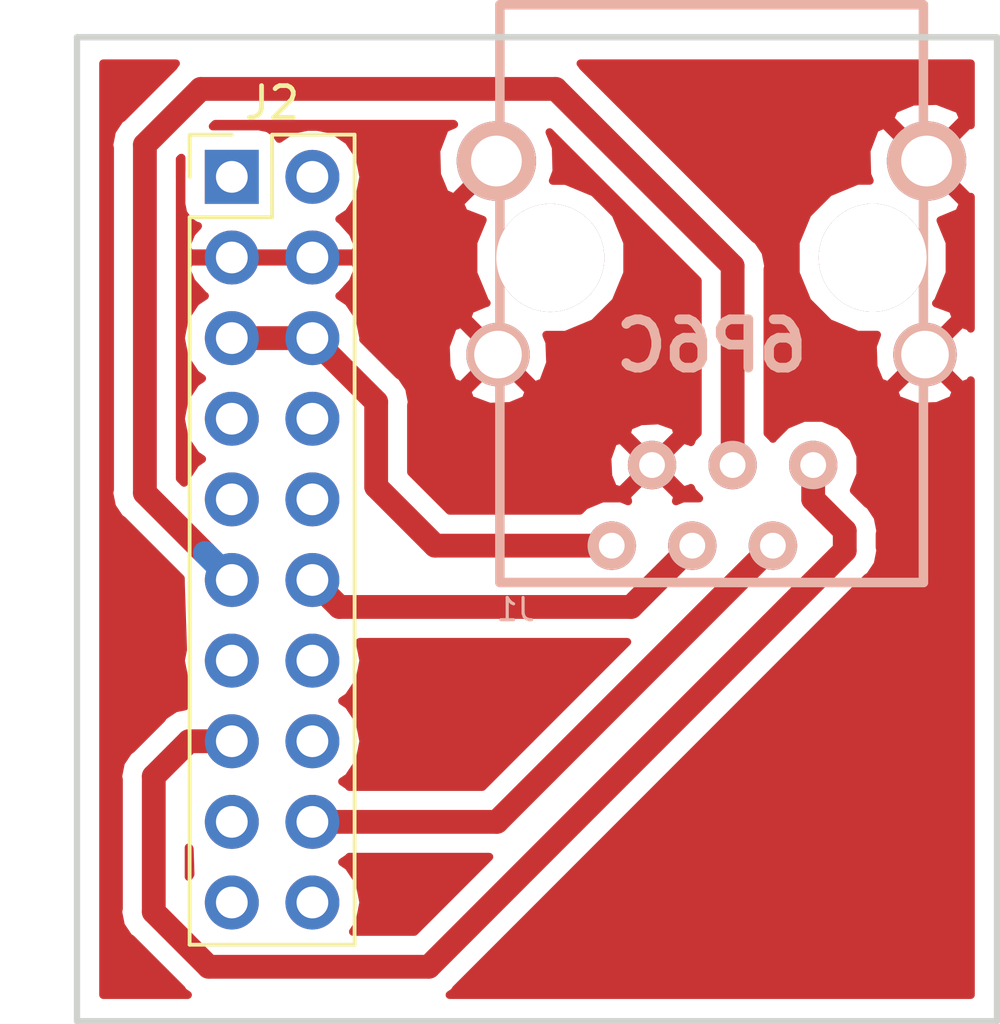
<source format=kicad_pcb>
(kicad_pcb (version 20171130) (host pcbnew 5.0.2-bee76a0~70~ubuntu18.04.1)

  (general
    (thickness 1.6)
    (drawings 4)
    (tracks 26)
    (zones 0)
    (modules 2)
    (nets 19)
  )

  (page A4)
  (layers
    (0 F.Cu signal)
    (31 B.Cu signal)
    (32 B.Adhes user)
    (33 F.Adhes user)
    (34 B.Paste user)
    (35 F.Paste user)
    (36 B.SilkS user)
    (37 F.SilkS user)
    (38 B.Mask user)
    (39 F.Mask user)
    (40 Dwgs.User user)
    (41 Cmts.User user)
    (42 Eco1.User user)
    (43 Eco2.User user)
    (44 Edge.Cuts user)
    (45 Margin user)
    (46 B.CrtYd user)
    (47 F.CrtYd user)
    (48 B.Fab user)
    (49 F.Fab user)
  )

  (setup
    (last_trace_width 0.25)
    (user_trace_width 0.5)
    (user_trace_width 0.75)
    (user_trace_width 0.8)
    (user_trace_width 0.9)
    (user_trace_width 1)
    (trace_clearance 0.2)
    (zone_clearance 0.6)
    (zone_45_only no)
    (trace_min 0.2)
    (segment_width 0.2)
    (edge_width 0.15)
    (via_size 0.8)
    (via_drill 0.4)
    (via_min_size 0.4)
    (via_min_drill 0.3)
    (uvia_size 0.3)
    (uvia_drill 0.1)
    (uvias_allowed no)
    (uvia_min_size 0.2)
    (uvia_min_drill 0.1)
    (pcb_text_width 0.3)
    (pcb_text_size 1.5 1.5)
    (mod_edge_width 0.15)
    (mod_text_size 1 1)
    (mod_text_width 0.15)
    (pad_size 2 2)
    (pad_drill 1.5)
    (pad_to_mask_clearance 0.051)
    (solder_mask_min_width 0.25)
    (aux_axis_origin 0 0)
    (visible_elements FFFFFF7F)
    (pcbplotparams
      (layerselection 0x01000_7fffffff)
      (usegerberextensions false)
      (usegerberattributes false)
      (usegerberadvancedattributes false)
      (creategerberjobfile false)
      (excludeedgelayer true)
      (linewidth 0.100000)
      (plotframeref false)
      (viasonmask false)
      (mode 1)
      (useauxorigin false)
      (hpglpennumber 1)
      (hpglpenspeed 20)
      (hpglpendiameter 15.000000)
      (psnegative false)
      (psa4output false)
      (plotreference false)
      (plotvalue false)
      (plotinvisibletext false)
      (padsonsilk false)
      (subtractmaskfromsilk false)
      (outputformat 1)
      (mirror false)
      (drillshape 0)
      (scaleselection 1)
      (outputdirectory "ConectorGerber/"))
  )

  (net 0 "")
  (net 1 /MOSI)
  (net 2 +5V)
  (net 3 /CLK)
  (net 4 /MISO)
  (net 5 /CS)
  (net 6 Earth)
  (net 7 "Net-(J2-Pad1)")
  (net 8 "Net-(J2-Pad2)")
  (net 9 "Net-(J2-Pad7)")
  (net 10 "Net-(J2-Pad8)")
  (net 11 "Net-(J2-Pad9)")
  (net 12 "Net-(J2-Pad10)")
  (net 13 "Net-(J2-Pad13)")
  (net 14 "Net-(J2-Pad14)")
  (net 15 "Net-(J2-Pad19)")
  (net 16 "Net-(J2-Pad20)")
  (net 17 "Net-(J2-Pad16)")
  (net 18 "Net-(J2-Pad17)")

  (net_class Default "This is the default net class."
    (clearance 0.2)
    (trace_width 0.25)
    (via_dia 0.8)
    (via_drill 0.4)
    (uvia_dia 0.3)
    (uvia_drill 0.1)
    (add_net +5V)
    (add_net /CLK)
    (add_net /CS)
    (add_net /MISO)
    (add_net /MOSI)
    (add_net Earth)
    (add_net "Net-(J2-Pad1)")
    (add_net "Net-(J2-Pad10)")
    (add_net "Net-(J2-Pad13)")
    (add_net "Net-(J2-Pad14)")
    (add_net "Net-(J2-Pad16)")
    (add_net "Net-(J2-Pad17)")
    (add_net "Net-(J2-Pad19)")
    (add_net "Net-(J2-Pad2)")
    (add_net "Net-(J2-Pad20)")
    (add_net "Net-(J2-Pad7)")
    (add_net "Net-(J2-Pad8)")
    (add_net "Net-(J2-Pad9)")
  )

  (module Connector_PinHeader_2.54mm:PinHeader_2x10_P2.54mm_Vertical (layer F.Cu) (tedit 59FED5CC) (tstamp 5D77D7A6)
    (at 112.88 37.914614)
    (descr "Through hole straight pin header, 2x10, 2.54mm pitch, double rows")
    (tags "Through hole pin header THT 2x10 2.54mm double row")
    (path /5D262B5D)
    (fp_text reference J2 (at 1.27 -2.33) (layer F.SilkS)
      (effects (font (size 1 1) (thickness 0.15)))
    )
    (fp_text value Conn_02x10_Odd_Even (at 1.27 25.19) (layer F.Fab)
      (effects (font (size 1 1) (thickness 0.15)))
    )
    (fp_line (start 0 -1.27) (end 3.81 -1.27) (layer F.Fab) (width 0.1))
    (fp_line (start 3.81 -1.27) (end 3.81 24.13) (layer F.Fab) (width 0.1))
    (fp_line (start 3.81 24.13) (end -1.27 24.13) (layer F.Fab) (width 0.1))
    (fp_line (start -1.27 24.13) (end -1.27 0) (layer F.Fab) (width 0.1))
    (fp_line (start -1.27 0) (end 0 -1.27) (layer F.Fab) (width 0.1))
    (fp_line (start -1.33 24.19) (end 3.87 24.19) (layer F.SilkS) (width 0.12))
    (fp_line (start -1.33 1.27) (end -1.33 24.19) (layer F.SilkS) (width 0.12))
    (fp_line (start 3.87 -1.33) (end 3.87 24.19) (layer F.SilkS) (width 0.12))
    (fp_line (start -1.33 1.27) (end 1.27 1.27) (layer F.SilkS) (width 0.12))
    (fp_line (start 1.27 1.27) (end 1.27 -1.33) (layer F.SilkS) (width 0.12))
    (fp_line (start 1.27 -1.33) (end 3.87 -1.33) (layer F.SilkS) (width 0.12))
    (fp_line (start -1.33 0) (end -1.33 -1.33) (layer F.SilkS) (width 0.12))
    (fp_line (start -1.33 -1.33) (end 0 -1.33) (layer F.SilkS) (width 0.12))
    (fp_line (start -1.8 -1.8) (end -1.8 24.65) (layer F.CrtYd) (width 0.05))
    (fp_line (start -1.8 24.65) (end 4.35 24.65) (layer F.CrtYd) (width 0.05))
    (fp_line (start 4.35 24.65) (end 4.35 -1.8) (layer F.CrtYd) (width 0.05))
    (fp_line (start 4.35 -1.8) (end -1.8 -1.8) (layer F.CrtYd) (width 0.05))
    (fp_text user %R (at 1.27 11.43 90) (layer F.Fab)
      (effects (font (size 1 1) (thickness 0.15)))
    )
    (pad 1 thru_hole rect (at 0 0) (size 1.7 1.7) (drill 1) (layers *.Cu *.Mask)
      (net 7 "Net-(J2-Pad1)"))
    (pad 2 thru_hole oval (at 2.54 0) (size 1.7 1.7) (drill 1) (layers *.Cu *.Mask)
      (net 8 "Net-(J2-Pad2)"))
    (pad 3 thru_hole oval (at 0 2.54) (size 1.7 1.7) (drill 1) (layers *.Cu *.Mask)
      (net 6 Earth))
    (pad 4 thru_hole oval (at 2.54 2.54) (size 1.7 1.7) (drill 1) (layers *.Cu *.Mask)
      (net 6 Earth))
    (pad 5 thru_hole oval (at 0 5.08) (size 1.7 1.7) (drill 1) (layers *.Cu *.Mask)
      (net 2 +5V))
    (pad 6 thru_hole oval (at 2.54 5.08) (size 1.7 1.7) (drill 1) (layers *.Cu *.Mask)
      (net 2 +5V))
    (pad 7 thru_hole oval (at 0 7.62) (size 1.7 1.7) (drill 1) (layers *.Cu *.Mask)
      (net 9 "Net-(J2-Pad7)"))
    (pad 8 thru_hole oval (at 2.54 7.62) (size 1.7 1.7) (drill 1) (layers *.Cu *.Mask)
      (net 10 "Net-(J2-Pad8)"))
    (pad 9 thru_hole oval (at 0 10.16) (size 1.7 1.7) (drill 1) (layers *.Cu *.Mask)
      (net 11 "Net-(J2-Pad9)"))
    (pad 10 thru_hole oval (at 2.54 10.16) (size 1.7 1.7) (drill 1) (layers *.Cu *.Mask)
      (net 12 "Net-(J2-Pad10)"))
    (pad 11 thru_hole oval (at 0 12.7) (size 1.7 1.7) (drill 1) (layers *.Cu *.Mask)
      (net 4 /MISO))
    (pad 12 thru_hole oval (at 2.54 12.7) (size 1.7 1.7) (drill 1) (layers *.Cu *.Mask)
      (net 1 /MOSI))
    (pad 13 thru_hole oval (at 0 15.24) (size 1.7 1.7) (drill 1) (layers *.Cu *.Mask)
      (net 13 "Net-(J2-Pad13)"))
    (pad 14 thru_hole oval (at 2.54 15.24) (size 1.7 1.7) (drill 1) (layers *.Cu *.Mask)
      (net 14 "Net-(J2-Pad14)"))
    (pad 15 thru_hole oval (at 0 17.78) (size 1.7 1.7) (drill 1) (layers *.Cu *.Mask)
      (net 5 /CS))
    (pad 16 thru_hole oval (at 2.54 17.78) (size 1.7 1.7) (drill 1) (layers *.Cu *.Mask)
      (net 17 "Net-(J2-Pad16)"))
    (pad 17 thru_hole oval (at 0 20.32) (size 1.7 1.7) (drill 1) (layers *.Cu *.Mask)
      (net 18 "Net-(J2-Pad17)"))
    (pad 18 thru_hole oval (at 2.54 20.32) (size 1.7 1.7) (drill 1) (layers *.Cu *.Mask)
      (net 3 /CLK))
    (pad 19 thru_hole oval (at 0 22.86) (size 1.7 1.7) (drill 1) (layers *.Cu *.Mask)
      (net 15 "Net-(J2-Pad19)"))
    (pad 20 thru_hole oval (at 2.54 22.86) (size 1.7 1.7) (drill 1) (layers *.Cu *.Mask)
      (net 16 "Net-(J2-Pad20)"))
    (model ${KISYS3DMOD}/Connector_PinHeader_2.54mm.3dshapes/PinHeader_2x10_P2.54mm_Vertical.wrl
      (at (xyz 0 0 0))
      (scale (xyz 1 1 1))
      (rotate (xyz 0 0 0))
    )
  )

  (module Controle:RJ25 (layer B.Cu) (tedit 5D83B339) (tstamp 5D2941EF)
    (at 128 45.014614)
    (path /5D262763)
    (fp_text reference J1 (at -6.1723 6.532) (layer B.SilkS)
      (effects (font (size 0.7 0.7) (thickness 0.1)) (justify mirror))
    )
    (fp_text value 6P6C (at 0 -1.778) (layer B.SilkS)
      (effects (font (size 1.524 1.524) (thickness 0.3048)) (justify mirror))
    )
    (fp_line (start 6.6802 5.67944) (end 6.6802 -12.5222) (layer B.SilkS) (width 0.29972))
    (fp_line (start -6.67004 5.67944) (end -6.67004 -12.5222) (layer B.SilkS) (width 0.29972))
    (fp_line (start -6.67004 -12.5222) (end 6.6802 -12.5222) (layer B.SilkS) (width 0.29972))
    (fp_line (start -6.67004 5.67944) (end 6.6802 5.67944) (layer B.SilkS) (width 0.29972))
    (pad 0 thru_hole circle (at -6.73 -1.50168 180) (size 2 2) (drill 1.5) (layers *.Cu *.Mask F.Adhes B.SilkS)
      (net 6 Earth))
    (pad 0 thru_hole circle (at 6.73 -1.50168 180) (size 2 2) (drill 1.5) (layers *.Cu *.Mask B.SilkS)
      (net 6 Earth))
    (pad 3 thru_hole circle (at -0.60452 4.51866 180) (size 1.524 1.524) (drill 0.8128) (layers *.Cu *.Mask B.SilkS)
      (net 1 /MOSI))
    (pad 5 thru_hole circle (at 1.93548 4.51866 180) (size 1.524 1.524) (drill 0.8128) (layers *.Cu *.Mask B.SilkS)
      (net 3 /CLK))
    (pad 1 thru_hole circle (at -3.14452 4.51866 180) (size 1.524 1.524) (drill 0.8128) (layers *.Cu *.Mask B.SilkS)
      (net 2 +5V))
    (pad 6 thru_hole circle (at 3.20548 1.97866 180) (size 1.524 1.524) (drill 0.8128) (layers *.Cu *.Mask B.SilkS)
      (net 5 /CS))
    (pad 4 thru_hole circle (at 0.66548 1.97866 180) (size 1.524 1.524) (drill 0.8128) (layers *.Cu *.Mask B.SilkS)
      (net 4 /MISO))
    (pad 2 thru_hole circle (at -1.87452 1.97866 180) (size 1.524 1.524) (drill 0.8128) (layers *.Cu *.Mask B.SilkS)
      (net 6 Earth))
    (pad 0 thru_hole circle (at -5.08 -4.54914 180) (size 3.4 3.4) (drill 3.4) (layers *.Cu *.Mask B.SilkS))
    (pad 0 thru_hole circle (at 5.08 -4.55168 180) (size 3.4 3.4) (drill 3.4) (layers *.Cu *.Mask B.SilkS))
    (pad 0 thru_hole circle (at 6.78 -7.59914 180) (size 2.5 2.5) (drill 1.6) (layers *.Cu *.Mask B.SilkS)
      (net 6 Earth))
    (pad 0 thru_hole circle (at -6.78 -7.59914 180) (size 2.5 2.5) (drill 1.6) (layers *.Cu *.Mask B.SilkS)
      (net 6 Earth))
  )

  (gr_line (start 137 33.514614) (end 108 33.514614) (layer Edge.Cuts) (width 0.2))
  (gr_line (start 137 64.514614) (end 137 33.514614) (layer Edge.Cuts) (width 0.2))
  (gr_line (start 108 64.514614) (end 137 64.514614) (layer Edge.Cuts) (width 0.2))
  (gr_line (start 108 33.514614) (end 108 64.514614) (layer Edge.Cuts) (width 0.2))

  (segment (start 116.269999 51.464613) (end 115.42 50.614614) (width 0.75) (layer F.Cu) (net 1))
  (segment (start 125.464141 51.464613) (end 116.269999 51.464613) (width 0.75) (layer F.Cu) (net 1))
  (segment (start 127.39548 49.533274) (end 125.464141 51.464613) (width 0.75) (layer F.Cu) (net 1))
  (segment (start 124.85548 49.533274) (end 119.28866 49.533274) (width 0.75) (layer F.Cu) (net 2))
  (segment (start 119.28866 49.533274) (end 117.43 47.674614) (width 0.75) (layer F.Cu) (net 2))
  (segment (start 117.43 45.004614) (end 115.42 42.994614) (width 0.75) (layer F.Cu) (net 2))
  (segment (start 117.43 47.674614) (end 117.43 45.004614) (width 0.75) (layer F.Cu) (net 2))
  (segment (start 115.42 42.994614) (end 112.88 42.994614) (width 0.75) (layer F.Cu) (net 2))
  (segment (start 121.23414 58.234614) (end 115.42 58.234614) (width 0.75) (layer F.Cu) (net 3))
  (segment (start 129.93548 49.533274) (end 121.23414 58.234614) (width 0.75) (layer F.Cu) (net 3))
  (segment (start 128.66548 46.993274) (end 128.66548 40.720094) (width 0.75) (layer F.Cu) (net 4))
  (segment (start 128.66548 40.720094) (end 123.09 35.144614) (width 0.75) (layer F.Cu) (net 4))
  (segment (start 123.09 35.144614) (end 111.9 35.144614) (width 0.75) (layer F.Cu) (net 4))
  (segment (start 111.9 35.144614) (end 110.14 36.904614) (width 0.75) (layer F.Cu) (net 4))
  (segment (start 112.030001 49.764615) (end 112.88 50.614614) (width 0.75) (layer B.Cu) (net 4))
  (segment (start 110.14 47.874614) (end 112.030001 49.764615) (width 0.75) (layer F.Cu) (net 4))
  (segment (start 110.14 36.904614) (end 110.14 47.874614) (width 0.75) (layer F.Cu) (net 4))
  (segment (start 131.20548 48.070904) (end 132.2 49.065424) (width 0.75) (layer F.Cu) (net 5))
  (segment (start 131.20548 46.993274) (end 131.20548 48.070904) (width 0.75) (layer F.Cu) (net 5))
  (segment (start 132.2 49.065424) (end 132.2 49.69) (width 0.75) (layer F.Cu) (net 5))
  (segment (start 132.2 49.69) (end 119.09 62.8) (width 0.75) (layer F.Cu) (net 5))
  (segment (start 119.09 62.8) (end 112.15 62.8) (width 0.75) (layer F.Cu) (net 5))
  (segment (start 112.15 62.8) (end 110.42 61.07) (width 0.75) (layer F.Cu) (net 5))
  (segment (start 110.42 61.07) (end 110.42 56.8) (width 0.75) (layer F.Cu) (net 5))
  (segment (start 111.525386 55.694614) (end 112.88 55.694614) (width 0.75) (layer F.Cu) (net 5))
  (segment (start 110.42 56.8) (end 111.525386 55.694614) (width 0.75) (layer F.Cu) (net 5))

  (zone (net 6) (net_name Earth) (layer F.Cu) (tstamp 5D83FED8) (hatch edge 0.508)
    (connect_pads (clearance 0.6))
    (min_thickness 0.254)
    (fill yes (arc_segments 16) (thermal_gap 0.508) (thermal_bridge_width 0.508))
    (polygon
      (pts
        (xy 108.01 33.51) (xy 137 33.54) (xy 136.99 64.55) (xy 107.98 64.51)
      )
    )
    (filled_polygon
      (pts
        (xy 136.173001 36.288103) (xy 136.11332 36.261759) (xy 134.959605 37.415474) (xy 136.11332 38.569189) (xy 136.173001 38.542845)
        (xy 136.173001 42.695679) (xy 136.149387 42.63867) (xy 135.882532 42.540007) (xy 134.909605 43.512934) (xy 135.882532 44.485861)
        (xy 136.149387 44.387198) (xy 136.173001 44.323637) (xy 136.173 63.687614) (xy 119.745138 63.687614) (xy 119.884497 63.594497)
        (xy 119.945979 63.502483) (xy 132.902486 50.545977) (xy 132.994497 50.484497) (xy 133.238061 50.119979) (xy 133.302 49.798534)
        (xy 133.302 49.798532) (xy 133.323588 49.69) (xy 133.302 49.581468) (xy 133.302 49.173956) (xy 133.323588 49.065424)
        (xy 133.302 48.95689) (xy 133.302 48.956889) (xy 133.238061 48.635445) (xy 132.994497 48.270927) (xy 132.902486 48.209447)
        (xy 132.485944 47.792905) (xy 132.69448 47.289454) (xy 132.69448 46.697094) (xy 132.467793 46.149823) (xy 132.048931 45.730961)
        (xy 131.50166 45.504274) (xy 130.9093 45.504274) (xy 130.362029 45.730961) (xy 129.943167 46.149823) (xy 129.93548 46.168381)
        (xy 129.927793 46.149823) (xy 129.76748 45.98951) (xy 129.76748 44.665466) (xy 133.757073 44.665466) (xy 133.855736 44.932321)
        (xy 134.465461 45.158842) (xy 135.11546 45.13479) (xy 135.604264 44.932321) (xy 135.702927 44.665466) (xy 134.73 43.692539)
        (xy 133.757073 44.665466) (xy 129.76748 44.665466) (xy 129.76748 40.828623) (xy 129.789068 40.720093) (xy 129.76748 40.611563)
        (xy 129.76748 40.611559) (xy 129.703541 40.290115) (xy 129.574989 40.097724) (xy 129.521457 40.017607) (xy 129.521455 40.017605)
        (xy 129.496445 39.980174) (xy 130.653 39.980174) (xy 130.653 40.945694) (xy 131.022489 41.837719) (xy 131.705215 42.520445)
        (xy 132.59724 42.889934) (xy 133.217265 42.889934) (xy 133.084092 43.248395) (xy 133.108144 43.898394) (xy 133.310613 44.387198)
        (xy 133.577468 44.485861) (xy 134.550395 43.512934) (xy 134.536253 43.498792) (xy 134.715858 43.319187) (xy 134.73 43.333329)
        (xy 135.702927 42.360402) (xy 135.604264 42.093547) (xy 135.077415 41.897815) (xy 135.137511 41.837719) (xy 135.507 40.945694)
        (xy 135.507 39.980174) (xy 135.218726 39.284219) (xy 135.804467 39.041597) (xy 135.933715 38.748794) (xy 134.78 37.595079)
        (xy 134.765858 37.609222) (xy 134.586253 37.429617) (xy 134.600395 37.415474) (xy 133.44668 36.261759) (xy 133.153877 36.391007)
        (xy 132.885612 37.09128) (xy 132.90575 37.840909) (xy 132.986532 38.035934) (xy 132.59724 38.035934) (xy 131.705215 38.405423)
        (xy 131.022489 39.088149) (xy 130.653 39.980174) (xy 129.496445 39.980174) (xy 129.459977 39.925597) (xy 129.367969 39.864119)
        (xy 125.586003 36.082154) (xy 133.626285 36.082154) (xy 134.78 37.235869) (xy 135.933715 36.082154) (xy 135.804467 35.789351)
        (xy 135.104194 35.521086) (xy 134.354565 35.541224) (xy 133.755533 35.789351) (xy 133.626285 36.082154) (xy 125.586003 36.082154)
        (xy 123.945979 34.442131) (xy 123.884497 34.350117) (xy 123.871771 34.341614) (xy 136.173001 34.341614)
      )
    )
    (filled_polygon
      (pts
        (xy 119.886678 36.26176) (xy 119.593877 36.391007) (xy 119.325612 37.09128) (xy 119.34575 37.840909) (xy 119.593877 38.439941)
        (xy 119.88668 38.569189) (xy 121.040395 37.415474) (xy 121.026253 37.401332) (xy 121.205858 37.221727) (xy 121.22 37.235869)
        (xy 121.234143 37.221727) (xy 121.413748 37.401332) (xy 121.399605 37.415474) (xy 121.413748 37.429617) (xy 121.234143 37.609222)
        (xy 121.22 37.595079) (xy 120.066285 38.748794) (xy 120.195533 39.041597) (xy 120.7887 39.268831) (xy 120.493 39.982714)
        (xy 120.493 40.948234) (xy 120.862489 41.840259) (xy 120.912281 41.890051) (xy 120.88454 41.891078) (xy 120.395736 42.093547)
        (xy 120.297073 42.360402) (xy 121.27 43.333329) (xy 121.284143 43.319187) (xy 121.463748 43.498792) (xy 121.449605 43.512934)
        (xy 122.422532 44.485861) (xy 122.689387 44.387198) (xy 122.915908 43.777473) (xy 122.891856 43.127474) (xy 122.794516 42.892474)
        (xy 123.40276 42.892474) (xy 124.294785 42.522985) (xy 124.977511 41.840259) (xy 125.347 40.948234) (xy 125.347 39.982714)
        (xy 124.977511 39.090689) (xy 124.294785 38.407963) (xy 123.40276 38.038474) (xy 122.99992 38.038474) (xy 123.114388 37.739668)
        (xy 123.09425 36.990039) (xy 122.894342 36.507418) (xy 127.563481 41.176559) (xy 127.56348 45.98951) (xy 127.403167 46.149823)
        (xy 127.352262 46.272718) (xy 127.347877 46.262131) (xy 127.105693 46.192666) (xy 126.305085 46.993274) (xy 127.105693 47.793882)
        (xy 127.347877 47.724417) (xy 127.351935 47.713041) (xy 127.403167 47.836725) (xy 127.610716 48.044274) (xy 127.0993 48.044274)
        (xy 126.879693 48.135238) (xy 126.926088 47.973487) (xy 126.12548 47.172879) (xy 125.324872 47.973487) (xy 125.371267 48.135238)
        (xy 125.15166 48.044274) (xy 124.5593 48.044274) (xy 124.012029 48.270961) (xy 123.851716 48.431274) (xy 119.745123 48.431274)
        (xy 118.532 47.218152) (xy 118.532 46.785576) (xy 124.716336 46.785576) (xy 124.744118 47.340642) (xy 124.903083 47.724417)
        (xy 125.145267 47.793882) (xy 125.945875 46.993274) (xy 125.145267 46.192666) (xy 124.903083 46.262131) (xy 124.716336 46.785576)
        (xy 118.532 46.785576) (xy 118.532 46.013061) (xy 125.324872 46.013061) (xy 126.12548 46.813669) (xy 126.926088 46.013061)
        (xy 126.856623 45.770877) (xy 126.333178 45.58413) (xy 125.778112 45.611912) (xy 125.394337 45.770877) (xy 125.324872 46.013061)
        (xy 118.532 46.013061) (xy 118.532 45.113143) (xy 118.553588 45.004613) (xy 118.532 44.896083) (xy 118.532 44.896079)
        (xy 118.486129 44.665466) (xy 120.297073 44.665466) (xy 120.395736 44.932321) (xy 121.005461 45.158842) (xy 121.65546 45.13479)
        (xy 122.144264 44.932321) (xy 122.242927 44.665466) (xy 121.27 43.692539) (xy 120.297073 44.665466) (xy 118.486129 44.665466)
        (xy 118.468061 44.574635) (xy 118.404905 44.480115) (xy 118.285977 44.302127) (xy 118.285975 44.302125) (xy 118.224497 44.210117)
        (xy 118.132489 44.148639) (xy 117.232245 43.248395) (xy 119.624092 43.248395) (xy 119.648144 43.898394) (xy 119.850613 44.387198)
        (xy 120.117468 44.485861) (xy 121.090395 43.512934) (xy 120.117468 42.540007) (xy 119.850613 42.63867) (xy 119.624092 43.248395)
        (xy 117.232245 43.248395) (xy 117.019694 43.035845) (xy 117.027895 42.994614) (xy 116.905501 42.379299) (xy 116.556953 41.857661)
        (xy 116.268768 41.665102) (xy 116.301358 41.649797) (xy 116.691645 41.221538) (xy 116.861476 40.811504) (xy 116.740155 40.581614)
        (xy 115.547 40.581614) (xy 115.547 40.601614) (xy 115.293 40.601614) (xy 115.293 40.581614) (xy 113.007 40.581614)
        (xy 113.007 40.601614) (xy 112.753 40.601614) (xy 112.753 40.581614) (xy 111.559845 40.581614) (xy 111.438524 40.811504)
        (xy 111.608355 41.221538) (xy 111.998642 41.649797) (xy 112.031232 41.665102) (xy 111.743047 41.857661) (xy 111.394499 42.379299)
        (xy 111.272105 42.994614) (xy 111.394499 43.609929) (xy 111.743047 44.131567) (xy 111.942166 44.264614) (xy 111.743047 44.397661)
        (xy 111.394499 44.919299) (xy 111.272105 45.534614) (xy 111.394499 46.149929) (xy 111.743047 46.671567) (xy 111.942166 46.804614)
        (xy 111.743047 46.937661) (xy 111.394499 47.459299) (xy 111.376025 47.552176) (xy 111.242 47.418152) (xy 111.242 37.361076)
        (xy 111.288758 37.314318) (xy 111.288758 38.764614) (xy 111.345182 39.048275) (xy 111.505863 39.288751) (xy 111.746339 39.449432)
        (xy 111.813342 39.46276) (xy 111.608355 39.68769) (xy 111.438524 40.097724) (xy 111.559845 40.327614) (xy 112.753 40.327614)
        (xy 112.753 40.307614) (xy 113.007 40.307614) (xy 113.007 40.327614) (xy 115.293 40.327614) (xy 115.293 40.307614)
        (xy 115.547 40.307614) (xy 115.547 40.327614) (xy 116.740155 40.327614) (xy 116.861476 40.097724) (xy 116.691645 39.68769)
        (xy 116.301358 39.259431) (xy 116.268768 39.244126) (xy 116.556953 39.051567) (xy 116.905501 38.529929) (xy 117.027895 37.914614)
        (xy 116.905501 37.299299) (xy 116.556953 36.777661) (xy 116.035315 36.429113) (xy 115.575319 36.337614) (xy 115.264681 36.337614)
        (xy 114.804685 36.429113) (xy 114.372625 36.717807) (xy 114.254137 36.540477) (xy 114.013661 36.379796) (xy 113.73 36.323372)
        (xy 112.279705 36.323372) (xy 112.356463 36.246614) (xy 119.871532 36.246614)
      )
    )
  )
  (zone (net 0) (net_name "") (layer F.Cu) (tstamp 5D83FED5) (hatch edge 0.508)
    (connect_pads (clearance 0.6))
    (min_thickness 0.254)
    (fill yes (arc_segments 16) (thermal_gap 0.508) (thermal_bridge_width 0.508))
    (polygon
      (pts
        (xy 115.37 51.88) (xy 125.44 51.62) (xy 127.06 50.17) (xy 128.55 50.96) (xy 121.09 58.54)
        (xy 115.33 58.32) (xy 115.37 51.87)
      )
    )
    (filled_polygon
      (pts
        (xy 120.777678 57.132614) (xy 116.580308 57.132614) (xy 116.556953 57.097661) (xy 116.357834 56.964614) (xy 116.556953 56.831567)
        (xy 116.905501 56.309929) (xy 117.027895 55.694614) (xy 116.905501 55.079299) (xy 116.556953 54.557661) (xy 116.357834 54.424614)
        (xy 116.556953 54.291567) (xy 116.905501 53.769929) (xy 117.027895 53.154614) (xy 116.910934 52.566613) (xy 125.343678 52.566613)
      )
    )
  )
  (zone (net 0) (net_name "") (layer F.Cu) (tstamp 5D83FED2) (hatch edge 0.508)
    (connect_pads (clearance 0.6))
    (min_thickness 0.254)
    (fill yes (arc_segments 16) (thermal_gap 0.508) (thermal_bridge_width 0.508))
    (polygon
      (pts
        (xy 115.33 58.92) (xy 115.52 62.1) (xy 119.42 62.43) (xy 131.15 50.84) (xy 129.06 50.46)
        (xy 121.03 58.25) (xy 115.33 58.91)
      )
    )
    (filled_polygon
      (pts
        (xy 118.633538 61.698) (xy 116.699654 61.698) (xy 116.905501 61.389929) (xy 117.027895 60.774614) (xy 116.905501 60.159299)
        (xy 116.556953 59.637661) (xy 116.357834 59.504614) (xy 116.556953 59.371567) (xy 116.580308 59.336614) (xy 120.994924 59.336614)
      )
    )
  )
  (zone (net 0) (net_name "") (layer F.Cu) (tstamp 5D83FECF) (hatch edge 0.508)
    (connect_pads (clearance 0.6))
    (min_thickness 0.254)
    (fill yes (arc_segments 16) (thermal_gap 0.508) (thermal_bridge_width 0.508))
    (polygon
      (pts
        (xy 111.85 64.3) (xy 108.07 64.39) (xy 108.12 33.68) (xy 121.18 33.7) (xy 121.13 35.06)
        (xy 112.06 35.06) (xy 111.24 38.44) (xy 111.4 50.75)
      )
    )
    (filled_polygon
      (pts
        (xy 111.105503 34.350117) (xy 111.044023 34.442128) (xy 109.437517 36.048635) (xy 109.345503 36.110117) (xy 109.101939 36.474636)
        (xy 109.038 36.79608) (xy 109.038 36.796083) (xy 109.016412 36.904614) (xy 109.038 37.013145) (xy 109.038001 47.766078)
        (xy 109.016412 47.874614) (xy 109.101939 48.304592) (xy 109.276882 48.566412) (xy 109.345504 48.669111) (xy 109.437515 48.730591)
        (xy 111.270567 50.563644) (xy 111.273011 50.751651) (xy 111.27307 50.754215) (xy 111.341245 52.807027) (xy 111.272105 53.154614)
        (xy 111.368959 53.64153) (xy 111.400652 54.595836) (xy 111.095407 54.656553) (xy 110.730889 54.900117) (xy 110.669409 54.992128)
        (xy 109.717515 55.944023) (xy 109.625504 56.005503) (xy 109.564024 56.097514) (xy 109.564023 56.097515) (xy 109.381939 56.370022)
        (xy 109.296412 56.8) (xy 109.318001 56.908536) (xy 109.318 60.961468) (xy 109.296412 61.07) (xy 109.318 61.178531)
        (xy 109.318 61.178534) (xy 109.381939 61.499978) (xy 109.625503 61.864497) (xy 109.717517 61.925979) (xy 111.294025 63.502489)
        (xy 111.355503 63.594497) (xy 111.447511 63.655975) (xy 111.447513 63.655977) (xy 111.494861 63.687614) (xy 108.827 63.687614)
        (xy 108.827 34.341614) (xy 111.118229 34.341614)
      )
    )
    (filled_polygon
      (pts
        (xy 111.549642 59.082117) (xy 111.576376 59.887101) (xy 111.522 59.968481) (xy 111.522 59.040747)
      )
    )
    (filled_polygon
      (pts
        (xy 111.288758 37.700349) (xy 111.242 37.893083) (xy 111.242 37.361076) (xy 111.288758 37.314318)
      )
    )
  )
)

</source>
